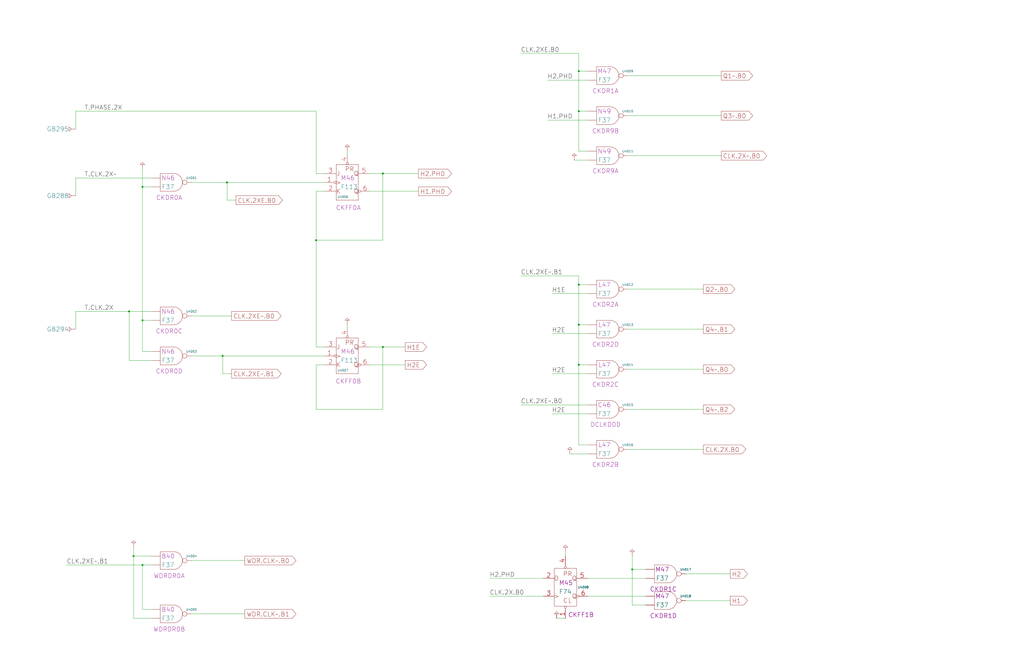
<source format=kicad_sch>
(kicad_sch (version 20250114) (generator "eeschema") (generator_version "9.0")
  (paper "User" 584.2 378.46)
  (title_block (title "CLOCK GENERATION\\nFREE RUNNING CLOCKS") (date "15-MAR-90") (rev "1.0") (comment 1 "TYPE") (comment 2 "232-003062") (comment 3 "S400") (comment 4 "RELEASED"))
  (lib_symbols
    (symbol "r1000:F113" (pin_names (offset 1.016) (hide yes))
      (property "Reference" "U" (at 0 -10.795 0))
      (property "Value" "F113" (at -1.27 -5.08 0))
      (property "Location" "___" (at -1.27 0 0))
      (property "Name" "______" (at 3.175 -18.415 0))
      (symbol "F113_0_1"
        (rectangle (start -3.81 7.62) (end 8.89 -12.7) (stroke (width 0.1524)))
      )
      (symbol "F113_1_1"
        (circle (center -4.445 -2.54) (radius 0.635))
        (circle (center 2.54 8.255) (radius 0.635))
        (circle (center 9.525 -7.62) (radius 0.635))
        (text "J" (at -2.54 2.54 0) (effects (font (size 2.54 2.54))))
        (text ">" (at -2.54 -2.54 0) (effects (font (size 2.54 2.54))))
        (text "K" (at -2.54 -7.62 0) (effects (font (size 2.54 2.54))))
        (text "P" (at 2.54 5.08 0) (effects (font (size 2.54 2.54))))
        (text "R" (at 5.08 5.08 0) (effects (font (size 2.54 2.54))))
        (text "Q" (at 7.62 2.54 0) (effects (font (size 2.54 2.54))))
        (text "Q" (at 7.62 -7.62 0) (effects (font (size 2.54 2.54))))
        (pin input line (at -10.16 2.54 0) (length 6.35) (name "J") (number "3"))
        (pin input line (at -10.16 -2.54 0) (length 5.08) (name "CLK_") (number "1"))
        (pin input line (at -10.16 -7.62 0) (length 6.35) (name "K") (number "2"))
        (pin input line (at 2.54 12.7 270) (length 3.81) (name "PR_") (number "4"))
        (pin output line (at 15.24 2.54 180) (length 6.35) (name "Q") (number "5"))
        (pin output line (at 15.24 -7.62 180) (length 5.08) (name "Q_") (number "6"))
      )
    )
    (symbol "r1000:F37" (pin_numbers (hide yes)) (pin_names (offset 0) (hide yes))
      (property "Reference" "U" (at 15.24 0 0))
      (property "Value" "F37" (at 1.905 -5.08 0))
      (property "Location" "___" (at 1.905 0 0))
      (property "Name" "______" (at 2.54 -12.7 0))
      (symbol "F37_0_1"
        (polyline (pts (xy -2.54 2.54) (xy -2.54 -7.62)) (stroke (width 0.1524)))
        (polyline (pts (xy -2.54 2.54) (xy 5.08 2.54)) (stroke (width 0.1524)))
        (polyline (pts (xy -2.54 -7.62) (xy 5.08 -7.62)) (stroke (width 0.1524)))
        (arc (start 5.08 2.54) (mid 10.1281 -2.54) (end 5.08 -7.62) (stroke (width 0.1524)))
        (circle (center 11.43 -2.54) (radius 1.27) (stroke (width 0.1524)))
      )
      (symbol "F37_0_2"
        (arc (start -3.175 2.54) (mid -2.134 -2.54) (end -3.175 -7.62) (stroke (width 0.1524)))
        (circle (center -3.81 0) (radius 1.27) (stroke (width 0.1524)))
        (circle (center -3.81 -5.08) (radius 1.27) (stroke (width 0.1524)))
        (polyline (pts (xy -3.175 2.54) (xy 3.81 2.54)) (stroke (width 0.1524)))
        (polyline (pts (xy -3.175 -7.62) (xy 3.81 -7.62)) (stroke (width 0.1524)))
        (arc (start 3.81 2.54) (mid 7.5828 0.7472) (end 10.16 -2.54) (stroke (width 0.1524)))
        (arc (start 10.16 -2.54) (mid 7.5855 -5.8306) (end 3.81 -7.62) (stroke (width 0.1524)))
      )
      (symbol "F37_1_1"
        (pin input line (at -7.62 0 0) (length 5.08) (name "D0") (number "1"))
        (pin input line (at -7.62 -5.08 0) (length 5.08) (name "D1") (number "2"))
        (pin output line (at 15.24 -2.54 180) (length 2.54) (name "Q") (number "3"))
      )
      (symbol "F37_1_2"
        (pin input line (at -7.62 0 0) (length 2.54) (name "D0") (number "1"))
        (pin input line (at -7.62 -5.08 0) (length 2.54) (name "D1") (number "2"))
        (pin output line (at 15.24 -2.54 180) (length 5.08) (name "Q") (number "3"))
      )
    )
    (symbol "r1000:F74" (pin_names (offset 1.016) (hide yes))
      (property "Reference" "U" (at 12.7 -2.54 0))
      (property "Value" "F74" (at -1.27 -5.08 0))
      (property "Location" "___" (at -1.27 0 0))
      (property "Name" "______" (at 11.43 -19.685 0))
      (symbol "F74_0_1"
        (rectangle (start -3.81 8.255) (end 8.89 -13.335) (stroke (width 0.1524)))
        (polyline (pts (xy 2.54 10.16) (xy 2.54 9.525)) (stroke (width 0.1524)))
        (polyline (pts (xy 2.54 -15.24) (xy 2.54 -14.605)) (stroke (width 0.1524)))
      )
      (symbol "F74_1_1"
        (circle (center 2.54 8.89) (radius 0.635))
        (circle (center 2.54 -13.97) (radius 0.635))
        (circle (center 9.525 -7.62) (radius 0.635))
        (text "D" (at -2.54 2.54 0) (effects (font (size 2.54 2.54))))
        (text ">" (at -2.54 -7.62 0) (effects (font (size 2.54 2.54))))
        (text "P" (at 2.54 5.08 0) (effects (font (size 2.54 2.54))))
        (text "C" (at 2.54 -10.16 0) (effects (font (size 2.54 2.54))))
        (text "R" (at 5.08 5.08 0) (effects (font (size 2.54 2.54))))
        (text "L" (at 5.08 -10.16 0) (effects (font (size 2.54 2.54))))
        (text "Q" (at 7.62 2.54 0) (effects (font (size 2.54 2.54))))
        (text "Q" (at 7.62 -7.62 0) (effects (font (size 2.54 2.54))))
        (pin input line (at -10.16 2.54 0) (length 6.35) (name "D") (number "2"))
        (pin input line (at -10.16 -7.62 0) (length 6.35) (name "CLK") (number "3"))
        (pin input line (at 2.54 15.24 270) (length 5.08) (name "PR_") (number "4"))
        (pin input line (at 2.54 -20.32 90) (length 5.08) (name "CL_") (number "1"))
        (pin output line (at 15.24 2.54 180) (length 6.35) (name "Q") (number "5"))
        (pin output line (at 15.24 -7.62 180) (length 5.08) (name "Q_") (number "6"))
      )
    )
    (symbol "r1000:GB" (pin_numbers (hide yes)) (pin_names (offset 0) (hide yes))
      (property "Reference" "GB" (at 3.81 0 0))
      (symbol "GB_0_1"
        (polyline (pts (xy 2.54 0) (xy 3.81 1.27) (xy 3.81 -1.27) (xy 2.54 0)) (stroke (width 0.1524)))
      )
      (symbol "GB_1_1"
        (pin bidirectional line (at 0 0 0) (length 2.54) (name "") (number "1"))
      )
    )
    (symbol "r1000:PU" (power) (pin_numbers (hide yes)) (pin_names (hide yes))
      (symbol "PU_0_1"
        (polyline (pts (xy 0 2.54) (xy -1.27 2.54) (xy 0 3.81) (xy 1.27 2.54) (xy 0 2.54)) (stroke (width 0.1524)))
      )
      (symbol "PU_1_1"
        (pin power_in line (at 0 0 90) (length 2.54) (name "PU") (number "1"))
      )
    )
  )
  (junction (at 73.66 177.8))
  (junction (at 330.2 208.28))
  (junction (at 76.2 317.5))
  (junction (at 218.44 198.12))
  (junction (at 81.28 182.88))
  (junction (at 127 203.2))
  (junction (at 218.44 99.06))
  (junction (at 330.2 40.64))
  (junction (at 330.2 63.5))
  (junction (at 81.28 322.58))
  (junction (at 81.28 106.68))
  (junction (at 330.2 185.42))
  (junction (at 330.2 162.56))
  (junction (at 129.54 104.14))
  (junction (at 180.34 137.16))
  (junction (at 360.68 325.12))
  (wire (pts (xy 330.2 208.28) (xy 335.28 208.28)))
  (wire (pts (xy 127 203.2) (xy 185.42 203.2)))
  (wire (pts (xy 330.2 162.56) (xy 330.2 185.42)))
  (wire (pts (xy 330.2 63.5) (xy 330.2 86.36)))
  (wire (pts (xy 129.54 104.14) (xy 185.42 104.14)))
  (wire (pts (xy 86.36 205.74) (xy 73.66 205.74)))
  (wire (pts (xy 358.14 256.54) (xy 401.32 256.54)))
  (wire (pts (xy 312.42 68.58) (xy 335.28 68.58)))
  (wire (pts (xy 81.28 182.88) (xy 81.28 200.66)))
  (wire (pts (xy 330.2 63.5) (xy 335.28 63.5)))
  (wire (pts (xy 330.2 30.48) (xy 330.2 40.64)))
  (wire (pts (xy 314.96 167.64) (xy 335.28 167.64)))
  (wire (pts (xy 314.96 236.22) (xy 335.28 236.22)))
  (wire (pts (xy 218.44 198.12) (xy 231.14 198.12)))
  (wire (pts (xy 358.14 233.68) (xy 401.32 233.68)))
  (wire (pts (xy 81.28 106.68) (xy 81.28 96.52)))
  (wire (pts (xy 218.44 99.06) (xy 238.76 99.06)))
  (wire (pts (xy 86.36 177.8) (xy 73.66 177.8)))
  (wire (pts (xy 132.08 213.36) (xy 127 213.36)))
  (wire (pts (xy 314.96 190.5) (xy 335.28 190.5)))
  (wire (pts (xy 180.34 233.68) (xy 218.44 233.68)))
  (wire (pts (xy 360.68 345.44) (xy 360.68 325.12)))
  (wire (pts (xy 86.36 200.66) (xy 81.28 200.66)))
  (wire (pts (xy 109.22 180.34) (xy 132.08 180.34)))
  (wire (pts (xy 358.14 210.82) (xy 401.32 210.82)))
  (wire (pts (xy 43.18 63.5) (xy 43.18 73.66)))
  (wire (pts (xy 180.34 109.22) (xy 185.42 109.22)))
  (wire (pts (xy 358.14 88.9) (xy 411.48 88.9)))
  (wire (pts (xy 218.44 233.68) (xy 218.44 198.12)))
  (wire (pts (xy 330.2 157.48) (xy 330.2 162.56)))
  (wire (pts (xy 73.66 205.74) (xy 73.66 177.8)))
  (wire (pts (xy 297.18 30.48) (xy 330.2 30.48)))
  (wire (pts (xy 325.12 259.08) (xy 335.28 259.08)))
  (wire (pts (xy 358.14 165.1) (xy 401.32 165.1)))
  (wire (pts (xy 180.34 137.16) (xy 180.34 109.22)))
  (wire (pts (xy 76.2 353.06) (xy 76.2 317.5)))
  (wire (pts (xy 86.36 101.6) (xy 43.18 101.6)))
  (wire (pts (xy 76.2 317.5) (xy 76.2 312.42)))
  (wire (pts (xy 109.22 104.14) (xy 129.54 104.14)))
  (wire (pts (xy 86.36 347.98) (xy 81.28 347.98)))
  (wire (pts (xy 198.12 86.36) (xy 198.12 88.9)))
  (wire (pts (xy 109.22 320.04) (xy 139.7 320.04)))
  (wire (pts (xy 391.16 327.66) (xy 416.56 327.66)))
  (wire (pts (xy 134.62 114.3) (xy 129.54 114.3)))
  (wire (pts (xy 330.2 40.64) (xy 330.2 63.5)))
  (wire (pts (xy 185.42 198.12) (xy 180.34 198.12)))
  (wire (pts (xy 330.2 162.56) (xy 335.28 162.56)))
  (wire (pts (xy 180.34 208.28) (xy 180.34 233.68)))
  (wire (pts (xy 198.12 185.42) (xy 198.12 187.96)))
  (wire (pts (xy 322.58 314.96) (xy 322.58 317.5)))
  (wire (pts (xy 81.28 182.88) (xy 86.36 182.88)))
  (wire (pts (xy 330.2 254) (xy 335.28 254)))
  (wire (pts (xy 330.2 208.28) (xy 330.2 254)))
  (wire (pts (xy 297.18 157.48) (xy 330.2 157.48)))
  (wire (pts (xy 109.22 350.52) (xy 139.7 350.52)))
  (wire (pts (xy 109.22 203.2) (xy 127 203.2)))
  (wire (pts (xy 330.2 185.42) (xy 330.2 208.28)))
  (wire (pts (xy 180.34 63.5) (xy 43.18 63.5)))
  (wire (pts (xy 330.2 185.42) (xy 335.28 185.42)))
  (wire (pts (xy 210.82 99.06) (xy 218.44 99.06)))
  (wire (pts (xy 185.42 99.06) (xy 180.34 99.06)))
  (wire (pts (xy 218.44 99.06) (xy 218.44 137.16)))
  (wire (pts (xy 335.28 340.36) (xy 368.3 340.36)))
  (wire (pts (xy 81.28 347.98) (xy 81.28 322.58)))
  (wire (pts (xy 358.14 43.18) (xy 411.48 43.18)))
  (wire (pts (xy 185.42 208.28) (xy 180.34 208.28)))
  (wire (pts (xy 368.3 345.44) (xy 360.68 345.44)))
  (wire (pts (xy 358.14 66.04) (xy 411.48 66.04)))
  (wire (pts (xy 86.36 106.68) (xy 81.28 106.68)))
  (wire (pts (xy 360.68 325.12) (xy 360.68 317.5)))
  (wire (pts (xy 317.5 353.06) (xy 322.58 353.06)))
  (wire (pts (xy 279.4 330.2) (xy 309.88 330.2)))
  (wire (pts (xy 335.28 330.2) (xy 368.3 330.2)))
  (wire (pts (xy 81.28 322.58) (xy 86.36 322.58)))
  (wire (pts (xy 180.34 99.06) (xy 180.34 63.5)))
  (wire (pts (xy 43.18 101.6) (xy 43.18 111.76)))
  (wire (pts (xy 127 213.36) (xy 127 203.2)))
  (wire (pts (xy 312.42 45.72) (xy 335.28 45.72)))
  (wire (pts (xy 210.82 208.28) (xy 231.14 208.28)))
  (wire (pts (xy 358.14 187.96) (xy 401.32 187.96)))
  (wire (pts (xy 327.66 91.44) (xy 335.28 91.44)))
  (wire (pts (xy 297.18 231.14) (xy 335.28 231.14)))
  (wire (pts (xy 330.2 86.36) (xy 335.28 86.36)))
  (wire (pts (xy 360.68 325.12) (xy 368.3 325.12)))
  (wire (pts (xy 391.16 342.9) (xy 416.56 342.9)))
  (wire (pts (xy 210.82 198.12) (xy 218.44 198.12)))
  (wire (pts (xy 279.4 340.36) (xy 309.88 340.36)))
  (wire (pts (xy 43.18 177.8) (xy 43.18 187.96)))
  (wire (pts (xy 180.34 137.16) (xy 218.44 137.16)))
  (wire (pts (xy 180.34 198.12) (xy 180.34 137.16)))
  (wire (pts (xy 210.82 109.22) (xy 238.76 109.22)))
  (wire (pts (xy 129.54 114.3) (xy 129.54 104.14)))
  (wire (pts (xy 73.66 177.8) (xy 43.18 177.8)))
  (wire (pts (xy 86.36 353.06) (xy 76.2 353.06)))
  (wire (pts (xy 314.96 213.36) (xy 335.28 213.36)))
  (wire (pts (xy 38.1 322.58) (xy 81.28 322.58)))
  (wire (pts (xy 76.2 317.5) (xy 86.36 317.5)))
  (wire (pts (xy 330.2 40.64) (xy 335.28 40.64)))
  (wire (pts (xy 81.28 106.68) (xy 81.28 182.88)))
  (label "CLK.2XE~.B1" (at 38.1 322.58 0) (effects (font (size 2.54 2.54))))
  (label "H2E" (at 314.96 213.36 0) (effects (font (size 2.54 2.54))))
  (label "T.CLK.2X" (at 48.26 177.8 0) (effects (font (size 2.54 2.54))))
  (label "CLK.2XE~.B1" (at 297.18 157.48 0) (effects (font (size 2.54 2.54))))
  (label "CLK.2X.B0" (at 279.4 340.36 0) (effects (font (size 2.54 2.54))))
  (label "H2E" (at 314.96 190.5 0) (effects (font (size 2.54 2.54))))
  (label "T.PHASE.2X" (at 48.26 63.5 0) (effects (font (size 2.54 2.54))))
  (label "T.CLK.2X~" (at 48.26 101.6 0) (effects (font (size 2.54 2.54))))
  (label "H2.PHD" (at 312.42 45.72 0) (effects (font (size 2.54 2.54))))
  (label "H1E" (at 314.96 167.64 0) (effects (font (size 2.54 2.54))))
  (label "H2E" (at 314.96 236.22 0) (effects (font (size 2.54 2.54))))
  (label "CLK.2XE.B0" (at 297.18 30.48 0) (effects (font (size 2.54 2.54))))
  (label "H2.PHD" (at 279.4 330.2 0) (effects (font (size 2.54 2.54))))
  (label "H1.PHD" (at 312.42 68.58 0) (effects (font (size 2.54 2.54))))
  (label "CLK.2XE~.B0" (at 297.18 231.14 0) (effects (font (size 2.54 2.54))))
  (global_label "CLK.2X.B0" (shape output) (at 401.32 256.54 0) (effects (font (size 2.54 2.54))) (property "Intersheetrefs" "${INTERSHEET_REFS}" (at 425.3079 256.3813 0) (effects (font (size 1.905 1.905)) (justify left))))
  (global_label "CLK.2XE~.B0" (shape output) (at 132.08 180.34 0) (effects (font (size 2.54 2.54))) (property "Intersheetrefs" "${INTERSHEET_REFS}" (at 160.1803 180.1813 0) (effects (font (size 1.905 1.905)) (justify left))))
  (global_label "H2" (shape output) (at 416.56 327.66 0) (effects (font (size 2.54 2.54))) (property "Intersheetrefs" "${INTERSHEET_REFS}" (at 426.2755 327.5013 0) (effects (font (size 1.905 1.905)) (justify left))))
  (global_label "Q4~.B0" (shape output) (at 401.32 210.82 0) (effects (font (size 2.54 2.54))) (property "Intersheetrefs" "${INTERSHEET_REFS}" (at 419.0184 210.6613 0) (effects (font (size 1.905 1.905)) (justify left))))
  (global_label "H1" (shape output) (at 416.56 342.9 0) (effects (font (size 2.54 2.54))) (property "Intersheetrefs" "${INTERSHEET_REFS}" (at 426.2755 342.7413 0) (effects (font (size 1.905 1.905)) (justify left))))
  (global_label "Q2~.B0" (shape output) (at 401.32 165.1 0) (effects (font (size 2.54 2.54))) (property "Intersheetrefs" "${INTERSHEET_REFS}" (at 419.0184 164.9413 0) (effects (font (size 1.905 1.905)) (justify left))))
  (global_label "Q4~.B1" (shape output) (at 401.32 187.96 0) (effects (font (size 2.54 2.54))) (property "Intersheetrefs" "${INTERSHEET_REFS}" (at 419.0184 187.8013 0) (effects (font (size 1.905 1.905)) (justify left))))
  (global_label "Q3~.B0" (shape output) (at 411.48 66.04 0) (effects (font (size 2.54 2.54))) (property "Intersheetrefs" "${INTERSHEET_REFS}" (at 429.1784 65.8813 0) (effects (font (size 1.905 1.905)) (justify left))))
  (global_label "H1.PHD" (shape output) (at 238.76 109.22 0) (effects (font (size 2.54 2.54))) (property "Intersheetrefs" "${INTERSHEET_REFS}" (at 257.426 109.0613 0) (effects (font (size 1.905 1.905)) (justify left))))
  (global_label "CLK.2XE~.B1" (shape output) (at 132.08 213.36 0) (effects (font (size 2.54 2.54))) (property "Intersheetrefs" "${INTERSHEET_REFS}" (at 160.1803 213.2013 0) (effects (font (size 1.905 1.905)) (justify left))))
  (global_label "CLK.2X~.B0" (shape output) (at 411.48 88.9 0) (effects (font (size 2.54 2.54))) (property "Intersheetrefs" "${INTERSHEET_REFS}" (at 437.2822 88.7413 0) (effects (font (size 1.905 1.905)) (justify left))))
  (global_label "H2.PHD" (shape output) (at 238.76 99.06 0) (effects (font (size 2.54 2.54))) (property "Intersheetrefs" "${INTERSHEET_REFS}" (at 257.426 98.9013 0) (effects (font (size 1.905 1.905)) (justify left))))
  (global_label "H2E" (shape output) (at 231.14 208.28 0) (effects (font (size 2.54 2.54))) (property "Intersheetrefs" "${INTERSHEET_REFS}" (at 243.1536 208.1213 0) (effects (font (size 1.905 1.905)) (justify left))))
  (global_label "WDR.CLK~.B0" (shape output) (at 139.7 320.04 0) (effects (font (size 2.54 2.54))) (property "Intersheetrefs" "${INTERSHEET_REFS}" (at 168.8374 319.8813 0) (effects (font (size 1.905 1.905)) (justify left))))
  (global_label "H1E" (shape output) (at 231.14 198.12 0) (effects (font (size 2.54 2.54))) (property "Intersheetrefs" "${INTERSHEET_REFS}" (at 243.1536 197.9613 0) (effects (font (size 1.905 1.905)) (justify left))))
  (global_label "Q4~.B2" (shape output) (at 401.32 233.68 0) (effects (font (size 2.54 2.54))) (property "Intersheetrefs" "${INTERSHEET_REFS}" (at 419.0184 233.5213 0) (effects (font (size 1.905 1.905)) (justify left))))
  (global_label "Q1~.B0" (shape output) (at 411.48 43.18 0) (effects (font (size 2.54 2.54))) (property "Intersheetrefs" "${INTERSHEET_REFS}" (at 429.1784 43.0213 0) (effects (font (size 1.905 1.905)) (justify left))))
  (global_label "WDR.CLK~.B1" (shape output) (at 139.7 350.52 0) (effects (font (size 2.54 2.54))) (property "Intersheetrefs" "${INTERSHEET_REFS}" (at 168.8374 350.3613 0) (effects (font (size 1.905 1.905)) (justify left))))
  (global_label "CLK.2XE.B0" (shape output) (at 134.62 114.3 0) (effects (font (size 2.54 2.54))) (property "Intersheetrefs" "${INTERSHEET_REFS}" (at 160.906 114.1413 0) (effects (font (size 1.905 1.905)) (justify left))))
  (symbol (lib_id "r1000:F37") (at 93.98 317.5 0) (unit 1)
    (property "Reference" "U4004" (at 109.22 317.5 0))
    (property "Value" "F37" (at 95.885 322.58 0) (effects (font (size 2.54 2.54))))
    (property "Location" "B40" (at 95.885 317.5 0) (effects (font (size 2.54 2.54))))
    (property "Name" "WDRDR0A" (at 96.52 330.2 0) (effects (font (size 2.54 2.54)) (justify bottom)))
  )
  (symbol (lib_id "r1000:F113") (at 195.58 200.66 0) (unit 1)
    (property "Reference" "U4007" (at 195.58 211.455 0))
    (property "Value" "F113" (at 194.31 205.74 0) (effects (font (size 2.54 2.54)) (justify left)))
    (property "Location" "M46" (at 194.31 200.66 0) (effects (font (size 2.54 2.54)) (justify left)))
    (property "Name" "CKFF0B" (at 198.755 219.075 0) (effects (font (size 2.54 2.54)) (justify bottom)))
  )
  (symbol (lib_id "r1000:PU") (at 81.28 96.52 0) (unit 1)
    (property "Reference" "#PWR04002" (effects (hide yes)))
    (property "Value" "PU" (effects (hide yes)))
  )
  (symbol (lib_id "r1000:PU") (at 198.12 86.36 0) (unit 1)
    (property "Reference" "#PWR04003" (effects (hide yes)))
    (property "Value" "PU" (effects (hide yes)))
  )
  (symbol (lib_id "r1000:F37") (at 342.9 40.64 0) (unit 1)
    (property "Reference" "U4009" (at 358.14 40.64 0))
    (property "Value" "F37" (at 344.805 45.72 0) (effects (font (size 2.54 2.54))))
    (property "Location" "M47" (at 344.805 40.64 0) (effects (font (size 2.54 2.54))))
    (property "Name" "CKDR1A" (at 345.44 53.34 0) (effects (font (size 2.54 2.54)) (justify bottom)))
  )
  (symbol (lib_id "r1000:F37") (at 342.9 185.42 0) (unit 1)
    (property "Reference" "U4013" (at 358.14 185.42 0))
    (property "Value" "F37" (at 344.805 190.5 0) (effects (font (size 2.54 2.54))))
    (property "Location" "L47" (at 344.805 185.42 0) (effects (font (size 2.54 2.54))))
    (property "Name" "CKDR2D" (at 345.44 198.12 0) (effects (font (size 2.54 2.54)) (justify bottom)))
  )
  (symbol (lib_id "r1000:PU") (at 325.12 259.08 0) (unit 1)
    (property "Reference" "#PWR0148" (effects (hide yes)))
    (property "Value" "PU" (effects (hide yes)))
  )
  (symbol (lib_id "r1000:F37") (at 375.92 325.12 0) (unit 1)
    (property "Reference" "U4017" (at 391.16 325.12 0))
    (property "Value" "F37" (at 377.825 330.2 0) (effects (font (size 2.54 2.54))))
    (property "Location" "M47" (at 377.825 325.12 0) (effects (font (size 2.54 2.54))))
    (property "Name" "CKDR1C" (at 378.46 337.82 0) (effects (font (size 2.54 2.54)) (justify bottom)))
  )
  (symbol (lib_id "r1000:F37") (at 93.98 177.8 0) (unit 1)
    (property "Reference" "U4002" (at 109.22 177.8 0))
    (property "Value" "F37" (at 95.885 182.88 0) (effects (font (size 2.54 2.54))))
    (property "Location" "N46" (at 95.885 177.8 0) (effects (font (size 2.54 2.54))))
    (property "Name" "CKDR0C" (at 96.52 190.5 0) (effects (font (size 2.54 2.54)) (justify bottom)))
  )
  (symbol (lib_id "r1000:PU") (at 322.58 314.96 0) (unit 1)
    (property "Reference" "#PWR04007" (effects (hide yes)))
    (property "Value" "PU" (effects (hide yes)))
  )
  (symbol (lib_id "r1000:PU") (at 317.5 353.06 0) (unit 1)
    (property "Reference" "#PWR04005" (effects (hide yes)))
    (property "Value" "PU" (effects (hide yes)))
  )
  (symbol (lib_id "r1000:F74") (at 320.04 332.74 0) (unit 1)
    (property "Reference" "U4008" (at 332.74 335.28 0))
    (property "Value" "F74" (at 318.77 337.82 0) (effects (font (size 2.54 2.54)) (justify left)))
    (property "Location" "M45" (at 318.77 332.74 0) (effects (font (size 2.54 2.54)) (justify left)))
    (property "Name" "CKFF1B" (at 331.47 352.425 0) (effects (font (size 2.54 2.54)) (justify bottom)))
  )
  (symbol (lib_id "r1000:PU") (at 76.2 312.42 0) (unit 1)
    (property "Reference" "#PWR04001" (effects (hide yes)))
    (property "Value" "PU" (effects (hide yes)))
  )
  (symbol (lib_id "r1000:GB") (at 43.18 111.76 0) (mirror y) (unit 1)
    (property "Reference" "GB288" (at 39.37 111.76 0) (effects (font (size 2.54 2.54)) (justify left)))
    (property "Value" "GB" (effects (hide yes)))
  )
  (symbol (lib_id "r1000:F37") (at 342.9 231.14 0) (unit 1)
    (property "Reference" "U4015" (at 358.14 231.14 0))
    (property "Value" "F37" (at 344.805 236.22 0) (effects (font (size 2.54 2.54))))
    (property "Location" "C46" (at 344.805 231.14 0) (effects (font (size 2.54 2.54))))
    (property "Name" "DCLKD0D" (at 345.44 243.84 0) (effects (font (size 2.54 2.54)) (justify bottom)))
  )
  (symbol (lib_id "r1000:PU") (at 360.68 317.5 0) (unit 1)
    (property "Reference" "#PWR04009" (effects (hide yes)))
    (property "Value" "PU" (effects (hide yes)))
  )
  (symbol (lib_id "r1000:F37") (at 375.92 340.36 0) (unit 1)
    (property "Reference" "U4018" (at 391.16 340.36 0))
    (property "Value" "F37" (at 377.825 345.44 0) (effects (font (size 2.54 2.54))))
    (property "Location" "M47" (at 377.825 340.36 0) (effects (font (size 2.54 2.54))))
    (property "Name" "CKDR1D" (at 378.46 353.06 0) (effects (font (size 2.54 2.54)) (justify bottom)))
  )
  (symbol (lib_id "r1000:F37") (at 93.98 347.98 0) (unit 1)
    (property "Reference" "U4005" (at 109.22 347.98 0))
    (property "Value" "F37" (at 95.885 353.06 0) (effects (font (size 2.54 2.54))))
    (property "Location" "B40" (at 95.885 347.98 0) (effects (font (size 2.54 2.54))))
    (property "Name" "WDRDR0B" (at 96.52 360.68 0) (effects (font (size 2.54 2.54)) (justify bottom)))
  )
  (symbol (lib_id "r1000:F37") (at 93.98 200.66 0) (unit 1)
    (property "Reference" "U4003" (at 109.22 200.66 0))
    (property "Value" "F37" (at 95.885 205.74 0) (effects (font (size 2.54 2.54))))
    (property "Location" "N46" (at 95.885 200.66 0) (effects (font (size 2.54 2.54))))
    (property "Name" "CKDR0D" (at 96.52 213.36 0) (effects (font (size 2.54 2.54)) (justify bottom)))
  )
  (symbol (lib_id "r1000:F37") (at 342.9 254 0) (unit 1)
    (property "Reference" "U4016" (at 358.14 254 0))
    (property "Value" "F37" (at 344.805 259.08 0) (effects (font (size 2.54 2.54))))
    (property "Location" "L47" (at 344.805 254 0) (effects (font (size 2.54 2.54))))
    (property "Name" "CKDR2B" (at 345.44 266.7 0) (effects (font (size 2.54 2.54)) (justify bottom)))
  )
  (symbol (lib_id "r1000:F37") (at 342.9 86.36 0) (unit 1)
    (property "Reference" "U4011" (at 358.14 86.36 0))
    (property "Value" "F37" (at 344.805 91.44 0) (effects (font (size 2.54 2.54))))
    (property "Location" "N49" (at 344.805 86.36 0) (effects (font (size 2.54 2.54))))
    (property "Name" "CKDR9A" (at 345.44 99.06 0) (effects (font (size 2.54 2.54)) (justify bottom)))
  )
  (symbol (lib_id "r1000:F37") (at 93.98 101.6 0) (unit 1)
    (property "Reference" "U4001" (at 109.22 101.6 0))
    (property "Value" "F37" (at 95.885 106.68 0) (effects (font (size 2.54 2.54))))
    (property "Location" "N46" (at 95.885 101.6 0) (effects (font (size 2.54 2.54))))
    (property "Name" "CKDR0A" (at 96.52 114.3 0) (effects (font (size 2.54 2.54)) (justify bottom)))
  )
  (symbol (lib_id "r1000:F37") (at 342.9 63.5 0) (unit 1)
    (property "Reference" "U4010" (at 358.14 63.5 0))
    (property "Value" "F37" (at 344.805 68.58 0) (effects (font (size 2.54 2.54))))
    (property "Location" "N49" (at 344.805 63.5 0) (effects (font (size 2.54 2.54))))
    (property "Name" "CKDR9B" (at 345.44 76.2 0) (effects (font (size 2.54 2.54)) (justify bottom)))
  )
  (symbol (lib_id "r1000:F113") (at 195.58 101.6 0) (unit 1)
    (property "Reference" "U4006" (at 195.58 112.395 0))
    (property "Value" "F113" (at 194.31 106.68 0) (effects (font (size 2.54 2.54)) (justify left)))
    (property "Location" "M46" (at 194.31 101.6 0) (effects (font (size 2.54 2.54)) (justify left)))
    (property "Name" "CKFF0A" (at 198.755 120.015 0) (effects (font (size 2.54 2.54)) (justify bottom)))
  )
  (symbol (lib_id "r1000:F37") (at 342.9 162.56 0) (unit 1)
    (property "Reference" "U4012" (at 358.14 162.56 0))
    (property "Value" "F37" (at 344.805 167.64 0) (effects (font (size 2.54 2.54))))
    (property "Location" "L47" (at 344.805 162.56 0) (effects (font (size 2.54 2.54))))
    (property "Name" "CKDR2A" (at 345.44 175.26 0) (effects (font (size 2.54 2.54)) (justify bottom)))
  )
  (symbol (lib_id "r1000:F37") (at 342.9 208.28 0) (unit 1)
    (property "Reference" "U4014" (at 358.14 208.28 0))
    (property "Value" "F37" (at 344.805 213.36 0) (effects (font (size 2.54 2.54))))
    (property "Location" "L47" (at 344.805 208.28 0) (effects (font (size 2.54 2.54))))
    (property "Name" "CKDR2C" (at 345.44 220.98 0) (effects (font (size 2.54 2.54)) (justify bottom)))
  )
  (symbol (lib_id "r1000:PU") (at 327.66 91.44 0) (unit 1)
    (property "Reference" "#PWR0149" (effects (hide yes)))
    (property "Value" "PU" (effects (hide yes)))
  )
  (symbol (lib_id "r1000:GB") (at 43.18 187.96 0) (mirror y) (unit 1)
    (property "Reference" "GB294" (at 39.37 187.96 0) (effects (font (size 2.54 2.54)) (justify left)))
    (property "Value" "GB" (effects (hide yes)))
  )
  (symbol (lib_id "r1000:GB") (at 43.18 73.66 0) (mirror y) (unit 1)
    (property "Reference" "GB295" (at 39.37 73.66 0) (effects (font (size 2.54 2.54)) (justify left)))
    (property "Value" "GB" (effects (hide yes)))
  )
  (symbol (lib_id "r1000:PU") (at 198.12 185.42 0) (unit 1)
    (property "Reference" "#PWR04004" (effects (hide yes)))
    (property "Value" "PU" (effects (hide yes)))
  )
)
</source>
